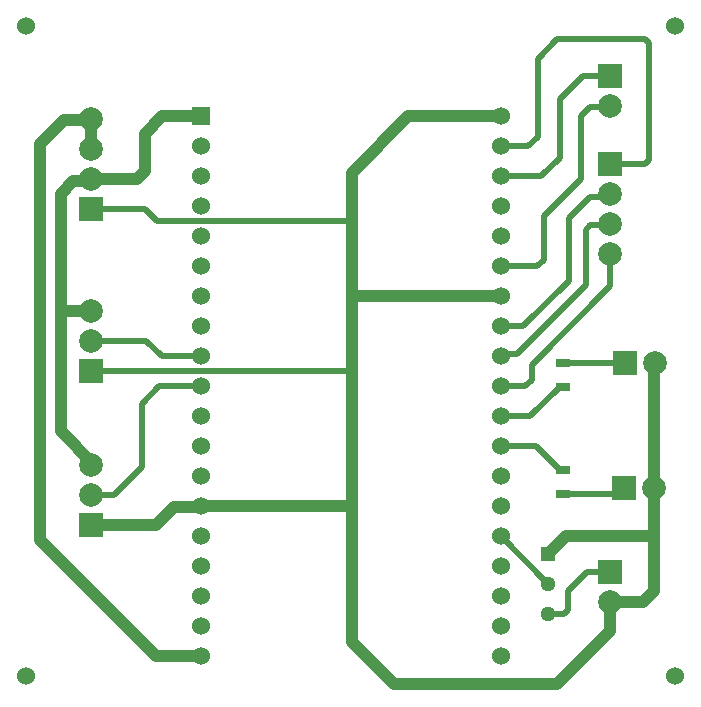
<source format=gbr>
G04*
G04 #@! TF.GenerationSoftware,Altium Limited,Altium Designer,22.4.2 (48)*
G04*
G04 Layer_Physical_Order=1*
G04 Layer_Color=255*
%FSLAX44Y44*%
%MOMM*%
G71*
G04*
G04 #@! TF.SameCoordinates,401EAB3C-69B4-4000-897E-A26D65C5C49B*
G04*
G04*
G04 #@! TF.FilePolarity,Positive*
G04*
G01*
G75*
%ADD14C,0.2540*%
%ADD15R,1.3000X0.7000*%
%ADD24C,0.5000*%
%ADD25C,1.0000*%
%ADD26C,1.5240*%
%ADD27C,2.0000*%
%ADD28R,2.0000X2.0000*%
%ADD29R,2.0000X2.0000*%
%ADD30R,1.5300X1.5300*%
%ADD31C,1.5300*%
%ADD32R,1.2980X1.2980*%
%ADD33C,1.2980*%
D14*
X299085Y410845D02*
X300990Y412750D01*
D15*
X480000Y289400D02*
D03*
Y269400D02*
D03*
Y179230D02*
D03*
Y199230D02*
D03*
D24*
X520000Y458470D02*
X549521D01*
X552450Y461399D02*
Y560951D01*
X474980Y563880D02*
X549521D01*
Y458470D02*
X552450Y461399D01*
X549521Y563880D02*
X552450Y560951D01*
X497140Y532700D02*
X520000D01*
X477520Y513080D02*
X497140Y532700D01*
X477520Y463550D02*
Y513080D01*
X502500Y506310D02*
X519010D01*
X495300Y499110D02*
X502500Y506310D01*
X519010D02*
X520000Y507300D01*
X495300Y445770D02*
Y499110D01*
X80350Y282590D02*
X299070D01*
X80000Y282940D02*
X80350Y282590D01*
X299070D02*
X300990Y280670D01*
X136490Y409610D02*
X297850D01*
X125860Y420240D02*
X136490Y409610D01*
X297850D02*
X299085Y410845D01*
X80000Y420240D02*
X125860D01*
X127270Y308340D02*
X140310Y295300D01*
X173000D01*
X80000Y308340D02*
X127270D01*
X137820Y269900D02*
X173000D01*
X123190Y255270D02*
X137820Y269900D01*
X123190Y201930D02*
Y255270D01*
X99600Y178340D02*
X123190Y201930D01*
X80000Y178340D02*
X99600D01*
X463550Y377190D02*
Y414020D01*
X495300Y445770D01*
X461670Y447700D02*
X477520Y463550D01*
X427000Y371500D02*
X457860D01*
X463550Y377190D01*
X427000Y447700D02*
X461670D01*
X458470Y547370D02*
X474980Y563880D01*
X458470Y481330D02*
Y547370D01*
X450240Y473100D02*
X458470Y481330D01*
X427000Y473100D02*
X450240D01*
X427000Y320700D02*
X446430D01*
X485140Y359410D01*
Y412750D01*
X502590Y430200D01*
X517130D01*
X520000Y433070D01*
X502816Y406296D02*
X518626D01*
X499110Y402590D02*
X502816Y406296D01*
X518626D02*
X520000Y407670D01*
X499110Y355600D02*
Y402590D01*
X440781Y297271D02*
X499110Y355600D01*
X453390Y275590D02*
Y288290D01*
X520000Y354900D02*
Y382270D01*
X453390Y288290D02*
X520000Y354900D01*
X427000Y295300D02*
X428971Y297271D01*
X440781D01*
X447700Y269900D02*
X453390Y275590D01*
X427000Y269900D02*
X447700D01*
X467360Y77470D02*
X480941D01*
X483870Y80399D01*
Y96520D01*
X500380Y113030D01*
X520000D01*
X427000Y142900D02*
X467030Y102870D01*
X467360D01*
X526380Y179230D02*
X531300Y184150D01*
X480000Y179230D02*
X526380D01*
X532140Y289400D02*
X532300Y289560D01*
X480000Y289400D02*
X532140D01*
X427000Y244500D02*
X452100D01*
X477000Y269400D02*
X480000D01*
X452100Y244500D02*
X477000Y269400D01*
X457130Y219100D02*
X477000Y199230D01*
X427000Y219100D02*
X457130D01*
X477000Y199230D02*
X480000D01*
X532100Y289590D02*
X532130Y289560D01*
D25*
X300990Y280670D02*
Y346710D01*
Y168910D02*
Y280670D01*
X125730Y452120D02*
Y483870D01*
X140360Y498500D02*
X173000D01*
X125730Y483870D02*
X140360Y498500D01*
X119250Y445640D02*
X125730Y452120D01*
X82770Y445640D02*
X119250D01*
X300990Y346710D02*
Y412750D01*
Y450850D01*
X80000Y471040D02*
Y496440D01*
X80857Y331827D02*
X82770Y333740D01*
X54610Y334010D02*
Y433070D01*
Y231900D02*
Y334010D01*
X54880Y333740D01*
X80000D01*
X135230Y41300D02*
X173000D01*
X36830Y139700D02*
X135230Y41300D01*
X300990Y53340D02*
Y168910D01*
Y53340D02*
X336550Y17780D01*
X474980D01*
X135160Y152940D02*
X150350Y168130D01*
X172830D02*
X173000Y168300D01*
X150350Y168130D02*
X172830D01*
X80000Y152940D02*
X135160D01*
X348640Y498500D02*
X427000D01*
X300990Y450850D02*
X348640Y498500D01*
X300990Y346710D02*
X301600Y346100D01*
X427000D01*
X173000Y168300D02*
X300380D01*
X300990Y168910D01*
X474980Y17780D02*
X519830Y62630D01*
Y87460D02*
X520000Y87630D01*
X519830Y62630D02*
Y87460D01*
X557200Y184650D02*
Y289060D01*
X556700Y184150D02*
X557200Y184650D01*
Y289060D02*
X557700Y289560D01*
X556700Y143510D02*
Y184150D01*
Y96960D02*
Y143510D01*
X482600D02*
X556700D01*
X467360Y128270D02*
X482600Y143510D01*
X547370Y87630D02*
X556700Y96960D01*
X520000Y87630D02*
X547370D01*
X80857Y443727D02*
X82770Y445640D01*
X54610Y433070D02*
X65267Y443727D01*
X80857D01*
X54610Y231900D02*
X82770Y203740D01*
X36830Y474980D02*
X57770Y495920D01*
X36830Y139700D02*
Y474980D01*
X57770Y495920D02*
X82250D01*
D26*
X575000Y575000D02*
D03*
X25000Y25000D02*
D03*
X575000D02*
D03*
X25000Y575000D02*
D03*
D27*
X80000Y496440D02*
D03*
Y445640D02*
D03*
Y471040D02*
D03*
Y333740D02*
D03*
Y308340D02*
D03*
Y203740D02*
D03*
Y178340D02*
D03*
X557700Y289560D02*
D03*
X556700Y184150D02*
D03*
X520000Y507300D02*
D03*
Y382270D02*
D03*
Y433070D02*
D03*
Y407670D02*
D03*
Y87630D02*
D03*
D28*
X80000Y420240D02*
D03*
Y282940D02*
D03*
Y152940D02*
D03*
X520000Y532700D02*
D03*
Y458470D02*
D03*
Y113030D02*
D03*
D29*
X532300Y289560D02*
D03*
X531300Y184150D02*
D03*
D30*
X173000Y498500D02*
D03*
D31*
Y473100D02*
D03*
Y447700D02*
D03*
Y422300D02*
D03*
Y396900D02*
D03*
Y371500D02*
D03*
Y346100D02*
D03*
Y320700D02*
D03*
Y295300D02*
D03*
Y269900D02*
D03*
Y244500D02*
D03*
Y219100D02*
D03*
Y193700D02*
D03*
Y168300D02*
D03*
Y142900D02*
D03*
Y117500D02*
D03*
Y92100D02*
D03*
Y66700D02*
D03*
Y41300D02*
D03*
X427000D02*
D03*
Y66700D02*
D03*
Y92100D02*
D03*
Y117500D02*
D03*
Y142900D02*
D03*
Y168300D02*
D03*
Y193700D02*
D03*
Y219100D02*
D03*
Y244500D02*
D03*
Y269900D02*
D03*
Y295300D02*
D03*
Y320700D02*
D03*
Y346100D02*
D03*
Y371500D02*
D03*
Y396900D02*
D03*
Y422300D02*
D03*
Y447700D02*
D03*
Y473100D02*
D03*
Y498500D02*
D03*
D32*
X467360Y128270D02*
D03*
D33*
Y102870D02*
D03*
Y77470D02*
D03*
M02*

</source>
